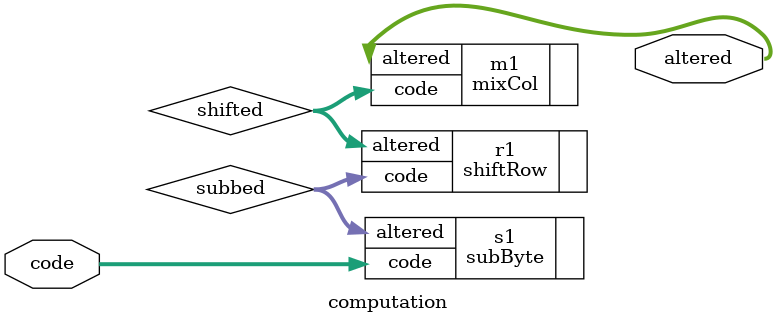
<source format=v>
`timescale 1ns / 1ps

module computation(
	output[255:0] altered,
	input [255:0] code);
	wire[255:0]subbed,shifted;

	subByte s1(.code(code),.altered(subbed)); //sub the bytes using LUTs
	shiftRow r1(.code(subbed),.altered(shifted)); //Shift each row by a factor
	mixCol m1(.code(shifted),.altered(altered)); //mix the columns

endmodule

</source>
